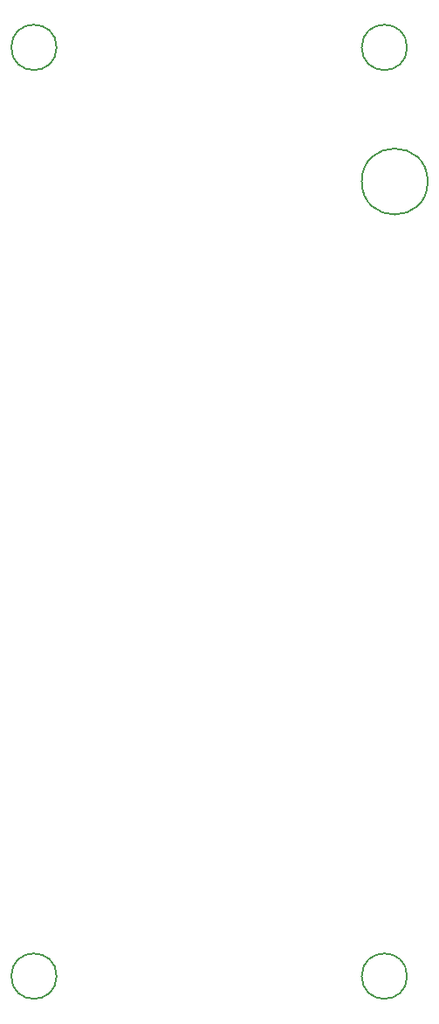
<source format=gbr>
%TF.GenerationSoftware,KiCad,Pcbnew,8.0.3-8.0.3-0~ubuntu22.04.1*%
%TF.CreationDate,2024-10-28T10:49:34+03:00*%
%TF.ProjectId,PM-ESPC3,504d2d45-5350-4433-932e-6b696361645f,rev?*%
%TF.SameCoordinates,Original*%
%TF.FileFunction,Other,Comment*%
%FSLAX46Y46*%
G04 Gerber Fmt 4.6, Leading zero omitted, Abs format (unit mm)*
G04 Created by KiCad (PCBNEW 8.0.3-8.0.3-0~ubuntu22.04.1) date 2024-10-28 10:49:34*
%MOMM*%
%LPD*%
G01*
G04 APERTURE LIST*
%ADD10C,0.150000*%
G04 APERTURE END LIST*
D10*
%TO.C,REF\u002A\u002A*%
X14200000Y32000000D02*
G75*
G02*
X7800000Y32000000I-3200000J0D01*
G01*
X7800000Y32000000D02*
G75*
G02*
X14200000Y32000000I3200000J0D01*
G01*
%TO.C,H2*%
X-21800000Y-45000000D02*
G75*
G02*
X-26200000Y-45000000I-2200000J0D01*
G01*
X-26200000Y-45000000D02*
G75*
G02*
X-21800000Y-45000000I2200000J0D01*
G01*
%TO.C,H4*%
X-21800000Y45000000D02*
G75*
G02*
X-26200000Y45000000I-2200000J0D01*
G01*
X-26200000Y45000000D02*
G75*
G02*
X-21800000Y45000000I2200000J0D01*
G01*
%TO.C,H1*%
X12200000Y-45000000D02*
G75*
G02*
X7800000Y-45000000I-2200000J0D01*
G01*
X7800000Y-45000000D02*
G75*
G02*
X12200000Y-45000000I2200000J0D01*
G01*
%TO.C,H3*%
X12200000Y45000000D02*
G75*
G02*
X7800000Y45000000I-2200000J0D01*
G01*
X7800000Y45000000D02*
G75*
G02*
X12200000Y45000000I2200000J0D01*
G01*
%TD*%
M02*

</source>
